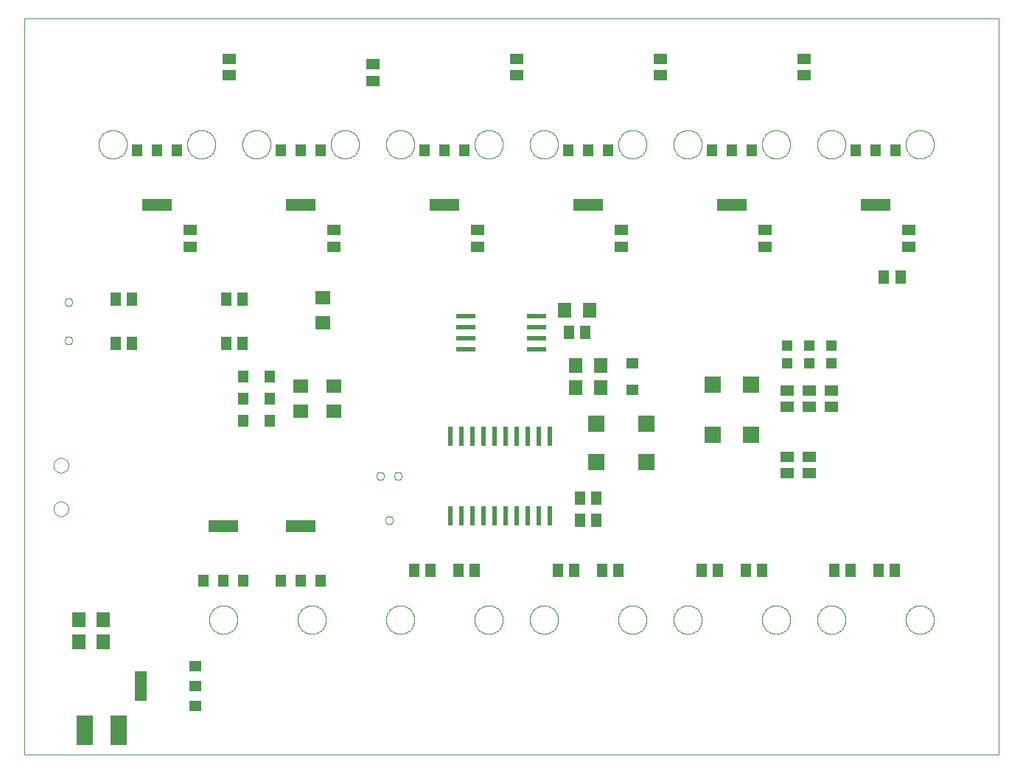
<source format=gbp>
G75*
%MOIN*%
%OFA0B0*%
%FSLAX24Y24*%
%IPPOS*%
%LPD*%
%AMOC8*
5,1,8,0,0,1.08239X$1,22.5*
%
%ADD10C,0.0000*%
%ADD11R,0.0630X0.0710*%
%ADD12R,0.0512X0.0591*%
%ADD13R,0.0591X0.0512*%
%ADD14R,0.0630X0.0709*%
%ADD15R,0.0748X0.1339*%
%ADD16R,0.0709X0.0630*%
%ADD17R,0.0472X0.0551*%
%ADD18R,0.0551X0.0472*%
%ADD19R,0.1378X0.0551*%
%ADD20R,0.0750X0.0750*%
%ADD21R,0.0870X0.0240*%
%ADD22R,0.0551X0.1378*%
%ADD23R,0.0236X0.0866*%
%ADD24R,0.0512X0.0630*%
%ADD25R,0.0472X0.0472*%
D10*
X003100Y002000D02*
X003100Y035296D01*
X047170Y035296D01*
X047170Y002000D01*
X003100Y002000D01*
X011460Y008100D02*
X011462Y008150D01*
X011468Y008200D01*
X011478Y008249D01*
X011491Y008298D01*
X011509Y008345D01*
X011530Y008391D01*
X011554Y008434D01*
X011582Y008476D01*
X011613Y008516D01*
X011647Y008553D01*
X011684Y008587D01*
X011724Y008618D01*
X011766Y008646D01*
X011809Y008670D01*
X011855Y008691D01*
X011902Y008709D01*
X011951Y008722D01*
X012000Y008732D01*
X012050Y008738D01*
X012100Y008740D01*
X012150Y008738D01*
X012200Y008732D01*
X012249Y008722D01*
X012298Y008709D01*
X012345Y008691D01*
X012391Y008670D01*
X012434Y008646D01*
X012476Y008618D01*
X012516Y008587D01*
X012553Y008553D01*
X012587Y008516D01*
X012618Y008476D01*
X012646Y008434D01*
X012670Y008391D01*
X012691Y008345D01*
X012709Y008298D01*
X012722Y008249D01*
X012732Y008200D01*
X012738Y008150D01*
X012740Y008100D01*
X012738Y008050D01*
X012732Y008000D01*
X012722Y007951D01*
X012709Y007902D01*
X012691Y007855D01*
X012670Y007809D01*
X012646Y007766D01*
X012618Y007724D01*
X012587Y007684D01*
X012553Y007647D01*
X012516Y007613D01*
X012476Y007582D01*
X012434Y007554D01*
X012391Y007530D01*
X012345Y007509D01*
X012298Y007491D01*
X012249Y007478D01*
X012200Y007468D01*
X012150Y007462D01*
X012100Y007460D01*
X012050Y007462D01*
X012000Y007468D01*
X011951Y007478D01*
X011902Y007491D01*
X011855Y007509D01*
X011809Y007530D01*
X011766Y007554D01*
X011724Y007582D01*
X011684Y007613D01*
X011647Y007647D01*
X011613Y007684D01*
X011582Y007724D01*
X011554Y007766D01*
X011530Y007809D01*
X011509Y007855D01*
X011491Y007902D01*
X011478Y007951D01*
X011468Y008000D01*
X011462Y008050D01*
X011460Y008100D01*
X015460Y008100D02*
X015462Y008150D01*
X015468Y008200D01*
X015478Y008249D01*
X015491Y008298D01*
X015509Y008345D01*
X015530Y008391D01*
X015554Y008434D01*
X015582Y008476D01*
X015613Y008516D01*
X015647Y008553D01*
X015684Y008587D01*
X015724Y008618D01*
X015766Y008646D01*
X015809Y008670D01*
X015855Y008691D01*
X015902Y008709D01*
X015951Y008722D01*
X016000Y008732D01*
X016050Y008738D01*
X016100Y008740D01*
X016150Y008738D01*
X016200Y008732D01*
X016249Y008722D01*
X016298Y008709D01*
X016345Y008691D01*
X016391Y008670D01*
X016434Y008646D01*
X016476Y008618D01*
X016516Y008587D01*
X016553Y008553D01*
X016587Y008516D01*
X016618Y008476D01*
X016646Y008434D01*
X016670Y008391D01*
X016691Y008345D01*
X016709Y008298D01*
X016722Y008249D01*
X016732Y008200D01*
X016738Y008150D01*
X016740Y008100D01*
X016738Y008050D01*
X016732Y008000D01*
X016722Y007951D01*
X016709Y007902D01*
X016691Y007855D01*
X016670Y007809D01*
X016646Y007766D01*
X016618Y007724D01*
X016587Y007684D01*
X016553Y007647D01*
X016516Y007613D01*
X016476Y007582D01*
X016434Y007554D01*
X016391Y007530D01*
X016345Y007509D01*
X016298Y007491D01*
X016249Y007478D01*
X016200Y007468D01*
X016150Y007462D01*
X016100Y007460D01*
X016050Y007462D01*
X016000Y007468D01*
X015951Y007478D01*
X015902Y007491D01*
X015855Y007509D01*
X015809Y007530D01*
X015766Y007554D01*
X015724Y007582D01*
X015684Y007613D01*
X015647Y007647D01*
X015613Y007684D01*
X015582Y007724D01*
X015554Y007766D01*
X015530Y007809D01*
X015509Y007855D01*
X015491Y007902D01*
X015478Y007951D01*
X015468Y008000D01*
X015462Y008050D01*
X015460Y008100D01*
X019460Y008100D02*
X019462Y008150D01*
X019468Y008200D01*
X019478Y008249D01*
X019491Y008298D01*
X019509Y008345D01*
X019530Y008391D01*
X019554Y008434D01*
X019582Y008476D01*
X019613Y008516D01*
X019647Y008553D01*
X019684Y008587D01*
X019724Y008618D01*
X019766Y008646D01*
X019809Y008670D01*
X019855Y008691D01*
X019902Y008709D01*
X019951Y008722D01*
X020000Y008732D01*
X020050Y008738D01*
X020100Y008740D01*
X020150Y008738D01*
X020200Y008732D01*
X020249Y008722D01*
X020298Y008709D01*
X020345Y008691D01*
X020391Y008670D01*
X020434Y008646D01*
X020476Y008618D01*
X020516Y008587D01*
X020553Y008553D01*
X020587Y008516D01*
X020618Y008476D01*
X020646Y008434D01*
X020670Y008391D01*
X020691Y008345D01*
X020709Y008298D01*
X020722Y008249D01*
X020732Y008200D01*
X020738Y008150D01*
X020740Y008100D01*
X020738Y008050D01*
X020732Y008000D01*
X020722Y007951D01*
X020709Y007902D01*
X020691Y007855D01*
X020670Y007809D01*
X020646Y007766D01*
X020618Y007724D01*
X020587Y007684D01*
X020553Y007647D01*
X020516Y007613D01*
X020476Y007582D01*
X020434Y007554D01*
X020391Y007530D01*
X020345Y007509D01*
X020298Y007491D01*
X020249Y007478D01*
X020200Y007468D01*
X020150Y007462D01*
X020100Y007460D01*
X020050Y007462D01*
X020000Y007468D01*
X019951Y007478D01*
X019902Y007491D01*
X019855Y007509D01*
X019809Y007530D01*
X019766Y007554D01*
X019724Y007582D01*
X019684Y007613D01*
X019647Y007647D01*
X019613Y007684D01*
X019582Y007724D01*
X019554Y007766D01*
X019530Y007809D01*
X019509Y007855D01*
X019491Y007902D01*
X019478Y007951D01*
X019468Y008000D01*
X019462Y008050D01*
X019460Y008100D01*
X023460Y008100D02*
X023462Y008150D01*
X023468Y008200D01*
X023478Y008249D01*
X023491Y008298D01*
X023509Y008345D01*
X023530Y008391D01*
X023554Y008434D01*
X023582Y008476D01*
X023613Y008516D01*
X023647Y008553D01*
X023684Y008587D01*
X023724Y008618D01*
X023766Y008646D01*
X023809Y008670D01*
X023855Y008691D01*
X023902Y008709D01*
X023951Y008722D01*
X024000Y008732D01*
X024050Y008738D01*
X024100Y008740D01*
X024150Y008738D01*
X024200Y008732D01*
X024249Y008722D01*
X024298Y008709D01*
X024345Y008691D01*
X024391Y008670D01*
X024434Y008646D01*
X024476Y008618D01*
X024516Y008587D01*
X024553Y008553D01*
X024587Y008516D01*
X024618Y008476D01*
X024646Y008434D01*
X024670Y008391D01*
X024691Y008345D01*
X024709Y008298D01*
X024722Y008249D01*
X024732Y008200D01*
X024738Y008150D01*
X024740Y008100D01*
X024738Y008050D01*
X024732Y008000D01*
X024722Y007951D01*
X024709Y007902D01*
X024691Y007855D01*
X024670Y007809D01*
X024646Y007766D01*
X024618Y007724D01*
X024587Y007684D01*
X024553Y007647D01*
X024516Y007613D01*
X024476Y007582D01*
X024434Y007554D01*
X024391Y007530D01*
X024345Y007509D01*
X024298Y007491D01*
X024249Y007478D01*
X024200Y007468D01*
X024150Y007462D01*
X024100Y007460D01*
X024050Y007462D01*
X024000Y007468D01*
X023951Y007478D01*
X023902Y007491D01*
X023855Y007509D01*
X023809Y007530D01*
X023766Y007554D01*
X023724Y007582D01*
X023684Y007613D01*
X023647Y007647D01*
X023613Y007684D01*
X023582Y007724D01*
X023554Y007766D01*
X023530Y007809D01*
X023509Y007855D01*
X023491Y007902D01*
X023478Y007951D01*
X023468Y008000D01*
X023462Y008050D01*
X023460Y008100D01*
X025960Y008100D02*
X025962Y008150D01*
X025968Y008200D01*
X025978Y008249D01*
X025991Y008298D01*
X026009Y008345D01*
X026030Y008391D01*
X026054Y008434D01*
X026082Y008476D01*
X026113Y008516D01*
X026147Y008553D01*
X026184Y008587D01*
X026224Y008618D01*
X026266Y008646D01*
X026309Y008670D01*
X026355Y008691D01*
X026402Y008709D01*
X026451Y008722D01*
X026500Y008732D01*
X026550Y008738D01*
X026600Y008740D01*
X026650Y008738D01*
X026700Y008732D01*
X026749Y008722D01*
X026798Y008709D01*
X026845Y008691D01*
X026891Y008670D01*
X026934Y008646D01*
X026976Y008618D01*
X027016Y008587D01*
X027053Y008553D01*
X027087Y008516D01*
X027118Y008476D01*
X027146Y008434D01*
X027170Y008391D01*
X027191Y008345D01*
X027209Y008298D01*
X027222Y008249D01*
X027232Y008200D01*
X027238Y008150D01*
X027240Y008100D01*
X027238Y008050D01*
X027232Y008000D01*
X027222Y007951D01*
X027209Y007902D01*
X027191Y007855D01*
X027170Y007809D01*
X027146Y007766D01*
X027118Y007724D01*
X027087Y007684D01*
X027053Y007647D01*
X027016Y007613D01*
X026976Y007582D01*
X026934Y007554D01*
X026891Y007530D01*
X026845Y007509D01*
X026798Y007491D01*
X026749Y007478D01*
X026700Y007468D01*
X026650Y007462D01*
X026600Y007460D01*
X026550Y007462D01*
X026500Y007468D01*
X026451Y007478D01*
X026402Y007491D01*
X026355Y007509D01*
X026309Y007530D01*
X026266Y007554D01*
X026224Y007582D01*
X026184Y007613D01*
X026147Y007647D01*
X026113Y007684D01*
X026082Y007724D01*
X026054Y007766D01*
X026030Y007809D01*
X026009Y007855D01*
X025991Y007902D01*
X025978Y007951D01*
X025968Y008000D01*
X025962Y008050D01*
X025960Y008100D01*
X029960Y008100D02*
X029962Y008150D01*
X029968Y008200D01*
X029978Y008249D01*
X029991Y008298D01*
X030009Y008345D01*
X030030Y008391D01*
X030054Y008434D01*
X030082Y008476D01*
X030113Y008516D01*
X030147Y008553D01*
X030184Y008587D01*
X030224Y008618D01*
X030266Y008646D01*
X030309Y008670D01*
X030355Y008691D01*
X030402Y008709D01*
X030451Y008722D01*
X030500Y008732D01*
X030550Y008738D01*
X030600Y008740D01*
X030650Y008738D01*
X030700Y008732D01*
X030749Y008722D01*
X030798Y008709D01*
X030845Y008691D01*
X030891Y008670D01*
X030934Y008646D01*
X030976Y008618D01*
X031016Y008587D01*
X031053Y008553D01*
X031087Y008516D01*
X031118Y008476D01*
X031146Y008434D01*
X031170Y008391D01*
X031191Y008345D01*
X031209Y008298D01*
X031222Y008249D01*
X031232Y008200D01*
X031238Y008150D01*
X031240Y008100D01*
X031238Y008050D01*
X031232Y008000D01*
X031222Y007951D01*
X031209Y007902D01*
X031191Y007855D01*
X031170Y007809D01*
X031146Y007766D01*
X031118Y007724D01*
X031087Y007684D01*
X031053Y007647D01*
X031016Y007613D01*
X030976Y007582D01*
X030934Y007554D01*
X030891Y007530D01*
X030845Y007509D01*
X030798Y007491D01*
X030749Y007478D01*
X030700Y007468D01*
X030650Y007462D01*
X030600Y007460D01*
X030550Y007462D01*
X030500Y007468D01*
X030451Y007478D01*
X030402Y007491D01*
X030355Y007509D01*
X030309Y007530D01*
X030266Y007554D01*
X030224Y007582D01*
X030184Y007613D01*
X030147Y007647D01*
X030113Y007684D01*
X030082Y007724D01*
X030054Y007766D01*
X030030Y007809D01*
X030009Y007855D01*
X029991Y007902D01*
X029978Y007951D01*
X029968Y008000D01*
X029962Y008050D01*
X029960Y008100D01*
X032460Y008100D02*
X032462Y008150D01*
X032468Y008200D01*
X032478Y008249D01*
X032491Y008298D01*
X032509Y008345D01*
X032530Y008391D01*
X032554Y008434D01*
X032582Y008476D01*
X032613Y008516D01*
X032647Y008553D01*
X032684Y008587D01*
X032724Y008618D01*
X032766Y008646D01*
X032809Y008670D01*
X032855Y008691D01*
X032902Y008709D01*
X032951Y008722D01*
X033000Y008732D01*
X033050Y008738D01*
X033100Y008740D01*
X033150Y008738D01*
X033200Y008732D01*
X033249Y008722D01*
X033298Y008709D01*
X033345Y008691D01*
X033391Y008670D01*
X033434Y008646D01*
X033476Y008618D01*
X033516Y008587D01*
X033553Y008553D01*
X033587Y008516D01*
X033618Y008476D01*
X033646Y008434D01*
X033670Y008391D01*
X033691Y008345D01*
X033709Y008298D01*
X033722Y008249D01*
X033732Y008200D01*
X033738Y008150D01*
X033740Y008100D01*
X033738Y008050D01*
X033732Y008000D01*
X033722Y007951D01*
X033709Y007902D01*
X033691Y007855D01*
X033670Y007809D01*
X033646Y007766D01*
X033618Y007724D01*
X033587Y007684D01*
X033553Y007647D01*
X033516Y007613D01*
X033476Y007582D01*
X033434Y007554D01*
X033391Y007530D01*
X033345Y007509D01*
X033298Y007491D01*
X033249Y007478D01*
X033200Y007468D01*
X033150Y007462D01*
X033100Y007460D01*
X033050Y007462D01*
X033000Y007468D01*
X032951Y007478D01*
X032902Y007491D01*
X032855Y007509D01*
X032809Y007530D01*
X032766Y007554D01*
X032724Y007582D01*
X032684Y007613D01*
X032647Y007647D01*
X032613Y007684D01*
X032582Y007724D01*
X032554Y007766D01*
X032530Y007809D01*
X032509Y007855D01*
X032491Y007902D01*
X032478Y007951D01*
X032468Y008000D01*
X032462Y008050D01*
X032460Y008100D01*
X036460Y008100D02*
X036462Y008150D01*
X036468Y008200D01*
X036478Y008249D01*
X036491Y008298D01*
X036509Y008345D01*
X036530Y008391D01*
X036554Y008434D01*
X036582Y008476D01*
X036613Y008516D01*
X036647Y008553D01*
X036684Y008587D01*
X036724Y008618D01*
X036766Y008646D01*
X036809Y008670D01*
X036855Y008691D01*
X036902Y008709D01*
X036951Y008722D01*
X037000Y008732D01*
X037050Y008738D01*
X037100Y008740D01*
X037150Y008738D01*
X037200Y008732D01*
X037249Y008722D01*
X037298Y008709D01*
X037345Y008691D01*
X037391Y008670D01*
X037434Y008646D01*
X037476Y008618D01*
X037516Y008587D01*
X037553Y008553D01*
X037587Y008516D01*
X037618Y008476D01*
X037646Y008434D01*
X037670Y008391D01*
X037691Y008345D01*
X037709Y008298D01*
X037722Y008249D01*
X037732Y008200D01*
X037738Y008150D01*
X037740Y008100D01*
X037738Y008050D01*
X037732Y008000D01*
X037722Y007951D01*
X037709Y007902D01*
X037691Y007855D01*
X037670Y007809D01*
X037646Y007766D01*
X037618Y007724D01*
X037587Y007684D01*
X037553Y007647D01*
X037516Y007613D01*
X037476Y007582D01*
X037434Y007554D01*
X037391Y007530D01*
X037345Y007509D01*
X037298Y007491D01*
X037249Y007478D01*
X037200Y007468D01*
X037150Y007462D01*
X037100Y007460D01*
X037050Y007462D01*
X037000Y007468D01*
X036951Y007478D01*
X036902Y007491D01*
X036855Y007509D01*
X036809Y007530D01*
X036766Y007554D01*
X036724Y007582D01*
X036684Y007613D01*
X036647Y007647D01*
X036613Y007684D01*
X036582Y007724D01*
X036554Y007766D01*
X036530Y007809D01*
X036509Y007855D01*
X036491Y007902D01*
X036478Y007951D01*
X036468Y008000D01*
X036462Y008050D01*
X036460Y008100D01*
X038960Y008100D02*
X038962Y008150D01*
X038968Y008200D01*
X038978Y008249D01*
X038991Y008298D01*
X039009Y008345D01*
X039030Y008391D01*
X039054Y008434D01*
X039082Y008476D01*
X039113Y008516D01*
X039147Y008553D01*
X039184Y008587D01*
X039224Y008618D01*
X039266Y008646D01*
X039309Y008670D01*
X039355Y008691D01*
X039402Y008709D01*
X039451Y008722D01*
X039500Y008732D01*
X039550Y008738D01*
X039600Y008740D01*
X039650Y008738D01*
X039700Y008732D01*
X039749Y008722D01*
X039798Y008709D01*
X039845Y008691D01*
X039891Y008670D01*
X039934Y008646D01*
X039976Y008618D01*
X040016Y008587D01*
X040053Y008553D01*
X040087Y008516D01*
X040118Y008476D01*
X040146Y008434D01*
X040170Y008391D01*
X040191Y008345D01*
X040209Y008298D01*
X040222Y008249D01*
X040232Y008200D01*
X040238Y008150D01*
X040240Y008100D01*
X040238Y008050D01*
X040232Y008000D01*
X040222Y007951D01*
X040209Y007902D01*
X040191Y007855D01*
X040170Y007809D01*
X040146Y007766D01*
X040118Y007724D01*
X040087Y007684D01*
X040053Y007647D01*
X040016Y007613D01*
X039976Y007582D01*
X039934Y007554D01*
X039891Y007530D01*
X039845Y007509D01*
X039798Y007491D01*
X039749Y007478D01*
X039700Y007468D01*
X039650Y007462D01*
X039600Y007460D01*
X039550Y007462D01*
X039500Y007468D01*
X039451Y007478D01*
X039402Y007491D01*
X039355Y007509D01*
X039309Y007530D01*
X039266Y007554D01*
X039224Y007582D01*
X039184Y007613D01*
X039147Y007647D01*
X039113Y007684D01*
X039082Y007724D01*
X039054Y007766D01*
X039030Y007809D01*
X039009Y007855D01*
X038991Y007902D01*
X038978Y007951D01*
X038968Y008000D01*
X038962Y008050D01*
X038960Y008100D01*
X042960Y008100D02*
X042962Y008150D01*
X042968Y008200D01*
X042978Y008249D01*
X042991Y008298D01*
X043009Y008345D01*
X043030Y008391D01*
X043054Y008434D01*
X043082Y008476D01*
X043113Y008516D01*
X043147Y008553D01*
X043184Y008587D01*
X043224Y008618D01*
X043266Y008646D01*
X043309Y008670D01*
X043355Y008691D01*
X043402Y008709D01*
X043451Y008722D01*
X043500Y008732D01*
X043550Y008738D01*
X043600Y008740D01*
X043650Y008738D01*
X043700Y008732D01*
X043749Y008722D01*
X043798Y008709D01*
X043845Y008691D01*
X043891Y008670D01*
X043934Y008646D01*
X043976Y008618D01*
X044016Y008587D01*
X044053Y008553D01*
X044087Y008516D01*
X044118Y008476D01*
X044146Y008434D01*
X044170Y008391D01*
X044191Y008345D01*
X044209Y008298D01*
X044222Y008249D01*
X044232Y008200D01*
X044238Y008150D01*
X044240Y008100D01*
X044238Y008050D01*
X044232Y008000D01*
X044222Y007951D01*
X044209Y007902D01*
X044191Y007855D01*
X044170Y007809D01*
X044146Y007766D01*
X044118Y007724D01*
X044087Y007684D01*
X044053Y007647D01*
X044016Y007613D01*
X043976Y007582D01*
X043934Y007554D01*
X043891Y007530D01*
X043845Y007509D01*
X043798Y007491D01*
X043749Y007478D01*
X043700Y007468D01*
X043650Y007462D01*
X043600Y007460D01*
X043550Y007462D01*
X043500Y007468D01*
X043451Y007478D01*
X043402Y007491D01*
X043355Y007509D01*
X043309Y007530D01*
X043266Y007554D01*
X043224Y007582D01*
X043184Y007613D01*
X043147Y007647D01*
X043113Y007684D01*
X043082Y007724D01*
X043054Y007766D01*
X043030Y007809D01*
X043009Y007855D01*
X042991Y007902D01*
X042978Y007951D01*
X042968Y008000D01*
X042962Y008050D01*
X042960Y008100D01*
X019825Y014600D02*
X019827Y014626D01*
X019833Y014652D01*
X019842Y014676D01*
X019855Y014699D01*
X019872Y014719D01*
X019891Y014737D01*
X019913Y014752D01*
X019936Y014763D01*
X019961Y014771D01*
X019987Y014775D01*
X020013Y014775D01*
X020039Y014771D01*
X020064Y014763D01*
X020088Y014752D01*
X020109Y014737D01*
X020128Y014719D01*
X020145Y014699D01*
X020158Y014676D01*
X020167Y014652D01*
X020173Y014626D01*
X020175Y014600D01*
X020173Y014574D01*
X020167Y014548D01*
X020158Y014524D01*
X020145Y014501D01*
X020128Y014481D01*
X020109Y014463D01*
X020087Y014448D01*
X020064Y014437D01*
X020039Y014429D01*
X020013Y014425D01*
X019987Y014425D01*
X019961Y014429D01*
X019936Y014437D01*
X019912Y014448D01*
X019891Y014463D01*
X019872Y014481D01*
X019855Y014501D01*
X019842Y014524D01*
X019833Y014548D01*
X019827Y014574D01*
X019825Y014600D01*
X019025Y014600D02*
X019027Y014626D01*
X019033Y014652D01*
X019042Y014676D01*
X019055Y014699D01*
X019072Y014719D01*
X019091Y014737D01*
X019113Y014752D01*
X019136Y014763D01*
X019161Y014771D01*
X019187Y014775D01*
X019213Y014775D01*
X019239Y014771D01*
X019264Y014763D01*
X019288Y014752D01*
X019309Y014737D01*
X019328Y014719D01*
X019345Y014699D01*
X019358Y014676D01*
X019367Y014652D01*
X019373Y014626D01*
X019375Y014600D01*
X019373Y014574D01*
X019367Y014548D01*
X019358Y014524D01*
X019345Y014501D01*
X019328Y014481D01*
X019309Y014463D01*
X019287Y014448D01*
X019264Y014437D01*
X019239Y014429D01*
X019213Y014425D01*
X019187Y014425D01*
X019161Y014429D01*
X019136Y014437D01*
X019112Y014448D01*
X019091Y014463D01*
X019072Y014481D01*
X019055Y014501D01*
X019042Y014524D01*
X019033Y014548D01*
X019027Y014574D01*
X019025Y014600D01*
X019425Y012600D02*
X019427Y012626D01*
X019433Y012652D01*
X019442Y012676D01*
X019455Y012699D01*
X019472Y012719D01*
X019491Y012737D01*
X019513Y012752D01*
X019536Y012763D01*
X019561Y012771D01*
X019587Y012775D01*
X019613Y012775D01*
X019639Y012771D01*
X019664Y012763D01*
X019688Y012752D01*
X019709Y012737D01*
X019728Y012719D01*
X019745Y012699D01*
X019758Y012676D01*
X019767Y012652D01*
X019773Y012626D01*
X019775Y012600D01*
X019773Y012574D01*
X019767Y012548D01*
X019758Y012524D01*
X019745Y012501D01*
X019728Y012481D01*
X019709Y012463D01*
X019687Y012448D01*
X019664Y012437D01*
X019639Y012429D01*
X019613Y012425D01*
X019587Y012425D01*
X019561Y012429D01*
X019536Y012437D01*
X019512Y012448D01*
X019491Y012463D01*
X019472Y012481D01*
X019455Y012501D01*
X019442Y012524D01*
X019433Y012548D01*
X019427Y012574D01*
X019425Y012600D01*
X004923Y020734D02*
X004925Y020760D01*
X004931Y020786D01*
X004941Y020811D01*
X004954Y020834D01*
X004970Y020854D01*
X004990Y020872D01*
X005012Y020887D01*
X005035Y020899D01*
X005061Y020907D01*
X005087Y020911D01*
X005113Y020911D01*
X005139Y020907D01*
X005165Y020899D01*
X005189Y020887D01*
X005210Y020872D01*
X005230Y020854D01*
X005246Y020834D01*
X005259Y020811D01*
X005269Y020786D01*
X005275Y020760D01*
X005277Y020734D01*
X005275Y020708D01*
X005269Y020682D01*
X005259Y020657D01*
X005246Y020634D01*
X005230Y020614D01*
X005210Y020596D01*
X005188Y020581D01*
X005165Y020569D01*
X005139Y020561D01*
X005113Y020557D01*
X005087Y020557D01*
X005061Y020561D01*
X005035Y020569D01*
X005011Y020581D01*
X004990Y020596D01*
X004970Y020614D01*
X004954Y020634D01*
X004941Y020657D01*
X004931Y020682D01*
X004925Y020708D01*
X004923Y020734D01*
X004923Y022466D02*
X004925Y022492D01*
X004931Y022518D01*
X004941Y022543D01*
X004954Y022566D01*
X004970Y022586D01*
X004990Y022604D01*
X005012Y022619D01*
X005035Y022631D01*
X005061Y022639D01*
X005087Y022643D01*
X005113Y022643D01*
X005139Y022639D01*
X005165Y022631D01*
X005189Y022619D01*
X005210Y022604D01*
X005230Y022586D01*
X005246Y022566D01*
X005259Y022543D01*
X005269Y022518D01*
X005275Y022492D01*
X005277Y022466D01*
X005275Y022440D01*
X005269Y022414D01*
X005259Y022389D01*
X005246Y022366D01*
X005230Y022346D01*
X005210Y022328D01*
X005188Y022313D01*
X005165Y022301D01*
X005139Y022293D01*
X005113Y022289D01*
X005087Y022289D01*
X005061Y022293D01*
X005035Y022301D01*
X005011Y022313D01*
X004990Y022328D01*
X004970Y022346D01*
X004954Y022366D01*
X004941Y022389D01*
X004931Y022414D01*
X004925Y022440D01*
X004923Y022466D01*
X004419Y015084D02*
X004421Y015120D01*
X004427Y015156D01*
X004437Y015191D01*
X004450Y015225D01*
X004467Y015257D01*
X004487Y015287D01*
X004511Y015314D01*
X004537Y015339D01*
X004566Y015361D01*
X004597Y015380D01*
X004630Y015395D01*
X004664Y015407D01*
X004700Y015415D01*
X004736Y015419D01*
X004772Y015419D01*
X004808Y015415D01*
X004844Y015407D01*
X004878Y015395D01*
X004911Y015380D01*
X004942Y015361D01*
X004971Y015339D01*
X004997Y015314D01*
X005021Y015287D01*
X005041Y015257D01*
X005058Y015225D01*
X005071Y015191D01*
X005081Y015156D01*
X005087Y015120D01*
X005089Y015084D01*
X005087Y015048D01*
X005081Y015012D01*
X005071Y014977D01*
X005058Y014943D01*
X005041Y014911D01*
X005021Y014881D01*
X004997Y014854D01*
X004971Y014829D01*
X004942Y014807D01*
X004911Y014788D01*
X004878Y014773D01*
X004844Y014761D01*
X004808Y014753D01*
X004772Y014749D01*
X004736Y014749D01*
X004700Y014753D01*
X004664Y014761D01*
X004630Y014773D01*
X004597Y014788D01*
X004566Y014807D01*
X004537Y014829D01*
X004511Y014854D01*
X004487Y014881D01*
X004467Y014911D01*
X004450Y014943D01*
X004437Y014977D01*
X004427Y015012D01*
X004421Y015048D01*
X004419Y015084D01*
X004419Y013116D02*
X004421Y013152D01*
X004427Y013188D01*
X004437Y013223D01*
X004450Y013257D01*
X004467Y013289D01*
X004487Y013319D01*
X004511Y013346D01*
X004537Y013371D01*
X004566Y013393D01*
X004597Y013412D01*
X004630Y013427D01*
X004664Y013439D01*
X004700Y013447D01*
X004736Y013451D01*
X004772Y013451D01*
X004808Y013447D01*
X004844Y013439D01*
X004878Y013427D01*
X004911Y013412D01*
X004942Y013393D01*
X004971Y013371D01*
X004997Y013346D01*
X005021Y013319D01*
X005041Y013289D01*
X005058Y013257D01*
X005071Y013223D01*
X005081Y013188D01*
X005087Y013152D01*
X005089Y013116D01*
X005087Y013080D01*
X005081Y013044D01*
X005071Y013009D01*
X005058Y012975D01*
X005041Y012943D01*
X005021Y012913D01*
X004997Y012886D01*
X004971Y012861D01*
X004942Y012839D01*
X004911Y012820D01*
X004878Y012805D01*
X004844Y012793D01*
X004808Y012785D01*
X004772Y012781D01*
X004736Y012781D01*
X004700Y012785D01*
X004664Y012793D01*
X004630Y012805D01*
X004597Y012820D01*
X004566Y012839D01*
X004537Y012861D01*
X004511Y012886D01*
X004487Y012913D01*
X004467Y012943D01*
X004450Y012975D01*
X004437Y013009D01*
X004427Y013044D01*
X004421Y013080D01*
X004419Y013116D01*
X006460Y029600D02*
X006462Y029650D01*
X006468Y029700D01*
X006478Y029749D01*
X006491Y029798D01*
X006509Y029845D01*
X006530Y029891D01*
X006554Y029934D01*
X006582Y029976D01*
X006613Y030016D01*
X006647Y030053D01*
X006684Y030087D01*
X006724Y030118D01*
X006766Y030146D01*
X006809Y030170D01*
X006855Y030191D01*
X006902Y030209D01*
X006951Y030222D01*
X007000Y030232D01*
X007050Y030238D01*
X007100Y030240D01*
X007150Y030238D01*
X007200Y030232D01*
X007249Y030222D01*
X007298Y030209D01*
X007345Y030191D01*
X007391Y030170D01*
X007434Y030146D01*
X007476Y030118D01*
X007516Y030087D01*
X007553Y030053D01*
X007587Y030016D01*
X007618Y029976D01*
X007646Y029934D01*
X007670Y029891D01*
X007691Y029845D01*
X007709Y029798D01*
X007722Y029749D01*
X007732Y029700D01*
X007738Y029650D01*
X007740Y029600D01*
X007738Y029550D01*
X007732Y029500D01*
X007722Y029451D01*
X007709Y029402D01*
X007691Y029355D01*
X007670Y029309D01*
X007646Y029266D01*
X007618Y029224D01*
X007587Y029184D01*
X007553Y029147D01*
X007516Y029113D01*
X007476Y029082D01*
X007434Y029054D01*
X007391Y029030D01*
X007345Y029009D01*
X007298Y028991D01*
X007249Y028978D01*
X007200Y028968D01*
X007150Y028962D01*
X007100Y028960D01*
X007050Y028962D01*
X007000Y028968D01*
X006951Y028978D01*
X006902Y028991D01*
X006855Y029009D01*
X006809Y029030D01*
X006766Y029054D01*
X006724Y029082D01*
X006684Y029113D01*
X006647Y029147D01*
X006613Y029184D01*
X006582Y029224D01*
X006554Y029266D01*
X006530Y029309D01*
X006509Y029355D01*
X006491Y029402D01*
X006478Y029451D01*
X006468Y029500D01*
X006462Y029550D01*
X006460Y029600D01*
X010460Y029600D02*
X010462Y029650D01*
X010468Y029700D01*
X010478Y029749D01*
X010491Y029798D01*
X010509Y029845D01*
X010530Y029891D01*
X010554Y029934D01*
X010582Y029976D01*
X010613Y030016D01*
X010647Y030053D01*
X010684Y030087D01*
X010724Y030118D01*
X010766Y030146D01*
X010809Y030170D01*
X010855Y030191D01*
X010902Y030209D01*
X010951Y030222D01*
X011000Y030232D01*
X011050Y030238D01*
X011100Y030240D01*
X011150Y030238D01*
X011200Y030232D01*
X011249Y030222D01*
X011298Y030209D01*
X011345Y030191D01*
X011391Y030170D01*
X011434Y030146D01*
X011476Y030118D01*
X011516Y030087D01*
X011553Y030053D01*
X011587Y030016D01*
X011618Y029976D01*
X011646Y029934D01*
X011670Y029891D01*
X011691Y029845D01*
X011709Y029798D01*
X011722Y029749D01*
X011732Y029700D01*
X011738Y029650D01*
X011740Y029600D01*
X011738Y029550D01*
X011732Y029500D01*
X011722Y029451D01*
X011709Y029402D01*
X011691Y029355D01*
X011670Y029309D01*
X011646Y029266D01*
X011618Y029224D01*
X011587Y029184D01*
X011553Y029147D01*
X011516Y029113D01*
X011476Y029082D01*
X011434Y029054D01*
X011391Y029030D01*
X011345Y029009D01*
X011298Y028991D01*
X011249Y028978D01*
X011200Y028968D01*
X011150Y028962D01*
X011100Y028960D01*
X011050Y028962D01*
X011000Y028968D01*
X010951Y028978D01*
X010902Y028991D01*
X010855Y029009D01*
X010809Y029030D01*
X010766Y029054D01*
X010724Y029082D01*
X010684Y029113D01*
X010647Y029147D01*
X010613Y029184D01*
X010582Y029224D01*
X010554Y029266D01*
X010530Y029309D01*
X010509Y029355D01*
X010491Y029402D01*
X010478Y029451D01*
X010468Y029500D01*
X010462Y029550D01*
X010460Y029600D01*
X012960Y029600D02*
X012962Y029650D01*
X012968Y029700D01*
X012978Y029749D01*
X012991Y029798D01*
X013009Y029845D01*
X013030Y029891D01*
X013054Y029934D01*
X013082Y029976D01*
X013113Y030016D01*
X013147Y030053D01*
X013184Y030087D01*
X013224Y030118D01*
X013266Y030146D01*
X013309Y030170D01*
X013355Y030191D01*
X013402Y030209D01*
X013451Y030222D01*
X013500Y030232D01*
X013550Y030238D01*
X013600Y030240D01*
X013650Y030238D01*
X013700Y030232D01*
X013749Y030222D01*
X013798Y030209D01*
X013845Y030191D01*
X013891Y030170D01*
X013934Y030146D01*
X013976Y030118D01*
X014016Y030087D01*
X014053Y030053D01*
X014087Y030016D01*
X014118Y029976D01*
X014146Y029934D01*
X014170Y029891D01*
X014191Y029845D01*
X014209Y029798D01*
X014222Y029749D01*
X014232Y029700D01*
X014238Y029650D01*
X014240Y029600D01*
X014238Y029550D01*
X014232Y029500D01*
X014222Y029451D01*
X014209Y029402D01*
X014191Y029355D01*
X014170Y029309D01*
X014146Y029266D01*
X014118Y029224D01*
X014087Y029184D01*
X014053Y029147D01*
X014016Y029113D01*
X013976Y029082D01*
X013934Y029054D01*
X013891Y029030D01*
X013845Y029009D01*
X013798Y028991D01*
X013749Y028978D01*
X013700Y028968D01*
X013650Y028962D01*
X013600Y028960D01*
X013550Y028962D01*
X013500Y028968D01*
X013451Y028978D01*
X013402Y028991D01*
X013355Y029009D01*
X013309Y029030D01*
X013266Y029054D01*
X013224Y029082D01*
X013184Y029113D01*
X013147Y029147D01*
X013113Y029184D01*
X013082Y029224D01*
X013054Y029266D01*
X013030Y029309D01*
X013009Y029355D01*
X012991Y029402D01*
X012978Y029451D01*
X012968Y029500D01*
X012962Y029550D01*
X012960Y029600D01*
X016960Y029600D02*
X016962Y029650D01*
X016968Y029700D01*
X016978Y029749D01*
X016991Y029798D01*
X017009Y029845D01*
X017030Y029891D01*
X017054Y029934D01*
X017082Y029976D01*
X017113Y030016D01*
X017147Y030053D01*
X017184Y030087D01*
X017224Y030118D01*
X017266Y030146D01*
X017309Y030170D01*
X017355Y030191D01*
X017402Y030209D01*
X017451Y030222D01*
X017500Y030232D01*
X017550Y030238D01*
X017600Y030240D01*
X017650Y030238D01*
X017700Y030232D01*
X017749Y030222D01*
X017798Y030209D01*
X017845Y030191D01*
X017891Y030170D01*
X017934Y030146D01*
X017976Y030118D01*
X018016Y030087D01*
X018053Y030053D01*
X018087Y030016D01*
X018118Y029976D01*
X018146Y029934D01*
X018170Y029891D01*
X018191Y029845D01*
X018209Y029798D01*
X018222Y029749D01*
X018232Y029700D01*
X018238Y029650D01*
X018240Y029600D01*
X018238Y029550D01*
X018232Y029500D01*
X018222Y029451D01*
X018209Y029402D01*
X018191Y029355D01*
X018170Y029309D01*
X018146Y029266D01*
X018118Y029224D01*
X018087Y029184D01*
X018053Y029147D01*
X018016Y029113D01*
X017976Y029082D01*
X017934Y029054D01*
X017891Y029030D01*
X017845Y029009D01*
X017798Y028991D01*
X017749Y028978D01*
X017700Y028968D01*
X017650Y028962D01*
X017600Y028960D01*
X017550Y028962D01*
X017500Y028968D01*
X017451Y028978D01*
X017402Y028991D01*
X017355Y029009D01*
X017309Y029030D01*
X017266Y029054D01*
X017224Y029082D01*
X017184Y029113D01*
X017147Y029147D01*
X017113Y029184D01*
X017082Y029224D01*
X017054Y029266D01*
X017030Y029309D01*
X017009Y029355D01*
X016991Y029402D01*
X016978Y029451D01*
X016968Y029500D01*
X016962Y029550D01*
X016960Y029600D01*
X019460Y029600D02*
X019462Y029650D01*
X019468Y029700D01*
X019478Y029749D01*
X019491Y029798D01*
X019509Y029845D01*
X019530Y029891D01*
X019554Y029934D01*
X019582Y029976D01*
X019613Y030016D01*
X019647Y030053D01*
X019684Y030087D01*
X019724Y030118D01*
X019766Y030146D01*
X019809Y030170D01*
X019855Y030191D01*
X019902Y030209D01*
X019951Y030222D01*
X020000Y030232D01*
X020050Y030238D01*
X020100Y030240D01*
X020150Y030238D01*
X020200Y030232D01*
X020249Y030222D01*
X020298Y030209D01*
X020345Y030191D01*
X020391Y030170D01*
X020434Y030146D01*
X020476Y030118D01*
X020516Y030087D01*
X020553Y030053D01*
X020587Y030016D01*
X020618Y029976D01*
X020646Y029934D01*
X020670Y029891D01*
X020691Y029845D01*
X020709Y029798D01*
X020722Y029749D01*
X020732Y029700D01*
X020738Y029650D01*
X020740Y029600D01*
X020738Y029550D01*
X020732Y029500D01*
X020722Y029451D01*
X020709Y029402D01*
X020691Y029355D01*
X020670Y029309D01*
X020646Y029266D01*
X020618Y029224D01*
X020587Y029184D01*
X020553Y029147D01*
X020516Y029113D01*
X020476Y029082D01*
X020434Y029054D01*
X020391Y029030D01*
X020345Y029009D01*
X020298Y028991D01*
X020249Y028978D01*
X020200Y028968D01*
X020150Y028962D01*
X020100Y028960D01*
X020050Y028962D01*
X020000Y028968D01*
X019951Y028978D01*
X019902Y028991D01*
X019855Y029009D01*
X019809Y029030D01*
X019766Y029054D01*
X019724Y029082D01*
X019684Y029113D01*
X019647Y029147D01*
X019613Y029184D01*
X019582Y029224D01*
X019554Y029266D01*
X019530Y029309D01*
X019509Y029355D01*
X019491Y029402D01*
X019478Y029451D01*
X019468Y029500D01*
X019462Y029550D01*
X019460Y029600D01*
X023460Y029600D02*
X023462Y029650D01*
X023468Y029700D01*
X023478Y029749D01*
X023491Y029798D01*
X023509Y029845D01*
X023530Y029891D01*
X023554Y029934D01*
X023582Y029976D01*
X023613Y030016D01*
X023647Y030053D01*
X023684Y030087D01*
X023724Y030118D01*
X023766Y030146D01*
X023809Y030170D01*
X023855Y030191D01*
X023902Y030209D01*
X023951Y030222D01*
X024000Y030232D01*
X024050Y030238D01*
X024100Y030240D01*
X024150Y030238D01*
X024200Y030232D01*
X024249Y030222D01*
X024298Y030209D01*
X024345Y030191D01*
X024391Y030170D01*
X024434Y030146D01*
X024476Y030118D01*
X024516Y030087D01*
X024553Y030053D01*
X024587Y030016D01*
X024618Y029976D01*
X024646Y029934D01*
X024670Y029891D01*
X024691Y029845D01*
X024709Y029798D01*
X024722Y029749D01*
X024732Y029700D01*
X024738Y029650D01*
X024740Y029600D01*
X024738Y029550D01*
X024732Y029500D01*
X024722Y029451D01*
X024709Y029402D01*
X024691Y029355D01*
X024670Y029309D01*
X024646Y029266D01*
X024618Y029224D01*
X024587Y029184D01*
X024553Y029147D01*
X024516Y029113D01*
X024476Y029082D01*
X024434Y029054D01*
X024391Y029030D01*
X024345Y029009D01*
X024298Y028991D01*
X024249Y028978D01*
X024200Y028968D01*
X024150Y028962D01*
X024100Y028960D01*
X024050Y028962D01*
X024000Y028968D01*
X023951Y028978D01*
X023902Y028991D01*
X023855Y029009D01*
X023809Y029030D01*
X023766Y029054D01*
X023724Y029082D01*
X023684Y029113D01*
X023647Y029147D01*
X023613Y029184D01*
X023582Y029224D01*
X023554Y029266D01*
X023530Y029309D01*
X023509Y029355D01*
X023491Y029402D01*
X023478Y029451D01*
X023468Y029500D01*
X023462Y029550D01*
X023460Y029600D01*
X025960Y029600D02*
X025962Y029650D01*
X025968Y029700D01*
X025978Y029749D01*
X025991Y029798D01*
X026009Y029845D01*
X026030Y029891D01*
X026054Y029934D01*
X026082Y029976D01*
X026113Y030016D01*
X026147Y030053D01*
X026184Y030087D01*
X026224Y030118D01*
X026266Y030146D01*
X026309Y030170D01*
X026355Y030191D01*
X026402Y030209D01*
X026451Y030222D01*
X026500Y030232D01*
X026550Y030238D01*
X026600Y030240D01*
X026650Y030238D01*
X026700Y030232D01*
X026749Y030222D01*
X026798Y030209D01*
X026845Y030191D01*
X026891Y030170D01*
X026934Y030146D01*
X026976Y030118D01*
X027016Y030087D01*
X027053Y030053D01*
X027087Y030016D01*
X027118Y029976D01*
X027146Y029934D01*
X027170Y029891D01*
X027191Y029845D01*
X027209Y029798D01*
X027222Y029749D01*
X027232Y029700D01*
X027238Y029650D01*
X027240Y029600D01*
X027238Y029550D01*
X027232Y029500D01*
X027222Y029451D01*
X027209Y029402D01*
X027191Y029355D01*
X027170Y029309D01*
X027146Y029266D01*
X027118Y029224D01*
X027087Y029184D01*
X027053Y029147D01*
X027016Y029113D01*
X026976Y029082D01*
X026934Y029054D01*
X026891Y029030D01*
X026845Y029009D01*
X026798Y028991D01*
X026749Y028978D01*
X026700Y028968D01*
X026650Y028962D01*
X026600Y028960D01*
X026550Y028962D01*
X026500Y028968D01*
X026451Y028978D01*
X026402Y028991D01*
X026355Y029009D01*
X026309Y029030D01*
X026266Y029054D01*
X026224Y029082D01*
X026184Y029113D01*
X026147Y029147D01*
X026113Y029184D01*
X026082Y029224D01*
X026054Y029266D01*
X026030Y029309D01*
X026009Y029355D01*
X025991Y029402D01*
X025978Y029451D01*
X025968Y029500D01*
X025962Y029550D01*
X025960Y029600D01*
X029960Y029600D02*
X029962Y029650D01*
X029968Y029700D01*
X029978Y029749D01*
X029991Y029798D01*
X030009Y029845D01*
X030030Y029891D01*
X030054Y029934D01*
X030082Y029976D01*
X030113Y030016D01*
X030147Y030053D01*
X030184Y030087D01*
X030224Y030118D01*
X030266Y030146D01*
X030309Y030170D01*
X030355Y030191D01*
X030402Y030209D01*
X030451Y030222D01*
X030500Y030232D01*
X030550Y030238D01*
X030600Y030240D01*
X030650Y030238D01*
X030700Y030232D01*
X030749Y030222D01*
X030798Y030209D01*
X030845Y030191D01*
X030891Y030170D01*
X030934Y030146D01*
X030976Y030118D01*
X031016Y030087D01*
X031053Y030053D01*
X031087Y030016D01*
X031118Y029976D01*
X031146Y029934D01*
X031170Y029891D01*
X031191Y029845D01*
X031209Y029798D01*
X031222Y029749D01*
X031232Y029700D01*
X031238Y029650D01*
X031240Y029600D01*
X031238Y029550D01*
X031232Y029500D01*
X031222Y029451D01*
X031209Y029402D01*
X031191Y029355D01*
X031170Y029309D01*
X031146Y029266D01*
X031118Y029224D01*
X031087Y029184D01*
X031053Y029147D01*
X031016Y029113D01*
X030976Y029082D01*
X030934Y029054D01*
X030891Y029030D01*
X030845Y029009D01*
X030798Y028991D01*
X030749Y028978D01*
X030700Y028968D01*
X030650Y028962D01*
X030600Y028960D01*
X030550Y028962D01*
X030500Y028968D01*
X030451Y028978D01*
X030402Y028991D01*
X030355Y029009D01*
X030309Y029030D01*
X030266Y029054D01*
X030224Y029082D01*
X030184Y029113D01*
X030147Y029147D01*
X030113Y029184D01*
X030082Y029224D01*
X030054Y029266D01*
X030030Y029309D01*
X030009Y029355D01*
X029991Y029402D01*
X029978Y029451D01*
X029968Y029500D01*
X029962Y029550D01*
X029960Y029600D01*
X032460Y029600D02*
X032462Y029650D01*
X032468Y029700D01*
X032478Y029749D01*
X032491Y029798D01*
X032509Y029845D01*
X032530Y029891D01*
X032554Y029934D01*
X032582Y029976D01*
X032613Y030016D01*
X032647Y030053D01*
X032684Y030087D01*
X032724Y030118D01*
X032766Y030146D01*
X032809Y030170D01*
X032855Y030191D01*
X032902Y030209D01*
X032951Y030222D01*
X033000Y030232D01*
X033050Y030238D01*
X033100Y030240D01*
X033150Y030238D01*
X033200Y030232D01*
X033249Y030222D01*
X033298Y030209D01*
X033345Y030191D01*
X033391Y030170D01*
X033434Y030146D01*
X033476Y030118D01*
X033516Y030087D01*
X033553Y030053D01*
X033587Y030016D01*
X033618Y029976D01*
X033646Y029934D01*
X033670Y029891D01*
X033691Y029845D01*
X033709Y029798D01*
X033722Y029749D01*
X033732Y029700D01*
X033738Y029650D01*
X033740Y029600D01*
X033738Y029550D01*
X033732Y029500D01*
X033722Y029451D01*
X033709Y029402D01*
X033691Y029355D01*
X033670Y029309D01*
X033646Y029266D01*
X033618Y029224D01*
X033587Y029184D01*
X033553Y029147D01*
X033516Y029113D01*
X033476Y029082D01*
X033434Y029054D01*
X033391Y029030D01*
X033345Y029009D01*
X033298Y028991D01*
X033249Y028978D01*
X033200Y028968D01*
X033150Y028962D01*
X033100Y028960D01*
X033050Y028962D01*
X033000Y028968D01*
X032951Y028978D01*
X032902Y028991D01*
X032855Y029009D01*
X032809Y029030D01*
X032766Y029054D01*
X032724Y029082D01*
X032684Y029113D01*
X032647Y029147D01*
X032613Y029184D01*
X032582Y029224D01*
X032554Y029266D01*
X032530Y029309D01*
X032509Y029355D01*
X032491Y029402D01*
X032478Y029451D01*
X032468Y029500D01*
X032462Y029550D01*
X032460Y029600D01*
X036460Y029600D02*
X036462Y029650D01*
X036468Y029700D01*
X036478Y029749D01*
X036491Y029798D01*
X036509Y029845D01*
X036530Y029891D01*
X036554Y029934D01*
X036582Y029976D01*
X036613Y030016D01*
X036647Y030053D01*
X036684Y030087D01*
X036724Y030118D01*
X036766Y030146D01*
X036809Y030170D01*
X036855Y030191D01*
X036902Y030209D01*
X036951Y030222D01*
X037000Y030232D01*
X037050Y030238D01*
X037100Y030240D01*
X037150Y030238D01*
X037200Y030232D01*
X037249Y030222D01*
X037298Y030209D01*
X037345Y030191D01*
X037391Y030170D01*
X037434Y030146D01*
X037476Y030118D01*
X037516Y030087D01*
X037553Y030053D01*
X037587Y030016D01*
X037618Y029976D01*
X037646Y029934D01*
X037670Y029891D01*
X037691Y029845D01*
X037709Y029798D01*
X037722Y029749D01*
X037732Y029700D01*
X037738Y029650D01*
X037740Y029600D01*
X037738Y029550D01*
X037732Y029500D01*
X037722Y029451D01*
X037709Y029402D01*
X037691Y029355D01*
X037670Y029309D01*
X037646Y029266D01*
X037618Y029224D01*
X037587Y029184D01*
X037553Y029147D01*
X037516Y029113D01*
X037476Y029082D01*
X037434Y029054D01*
X037391Y029030D01*
X037345Y029009D01*
X037298Y028991D01*
X037249Y028978D01*
X037200Y028968D01*
X037150Y028962D01*
X037100Y028960D01*
X037050Y028962D01*
X037000Y028968D01*
X036951Y028978D01*
X036902Y028991D01*
X036855Y029009D01*
X036809Y029030D01*
X036766Y029054D01*
X036724Y029082D01*
X036684Y029113D01*
X036647Y029147D01*
X036613Y029184D01*
X036582Y029224D01*
X036554Y029266D01*
X036530Y029309D01*
X036509Y029355D01*
X036491Y029402D01*
X036478Y029451D01*
X036468Y029500D01*
X036462Y029550D01*
X036460Y029600D01*
X038960Y029600D02*
X038962Y029650D01*
X038968Y029700D01*
X038978Y029749D01*
X038991Y029798D01*
X039009Y029845D01*
X039030Y029891D01*
X039054Y029934D01*
X039082Y029976D01*
X039113Y030016D01*
X039147Y030053D01*
X039184Y030087D01*
X039224Y030118D01*
X039266Y030146D01*
X039309Y030170D01*
X039355Y030191D01*
X039402Y030209D01*
X039451Y030222D01*
X039500Y030232D01*
X039550Y030238D01*
X039600Y030240D01*
X039650Y030238D01*
X039700Y030232D01*
X039749Y030222D01*
X039798Y030209D01*
X039845Y030191D01*
X039891Y030170D01*
X039934Y030146D01*
X039976Y030118D01*
X040016Y030087D01*
X040053Y030053D01*
X040087Y030016D01*
X040118Y029976D01*
X040146Y029934D01*
X040170Y029891D01*
X040191Y029845D01*
X040209Y029798D01*
X040222Y029749D01*
X040232Y029700D01*
X040238Y029650D01*
X040240Y029600D01*
X040238Y029550D01*
X040232Y029500D01*
X040222Y029451D01*
X040209Y029402D01*
X040191Y029355D01*
X040170Y029309D01*
X040146Y029266D01*
X040118Y029224D01*
X040087Y029184D01*
X040053Y029147D01*
X040016Y029113D01*
X039976Y029082D01*
X039934Y029054D01*
X039891Y029030D01*
X039845Y029009D01*
X039798Y028991D01*
X039749Y028978D01*
X039700Y028968D01*
X039650Y028962D01*
X039600Y028960D01*
X039550Y028962D01*
X039500Y028968D01*
X039451Y028978D01*
X039402Y028991D01*
X039355Y029009D01*
X039309Y029030D01*
X039266Y029054D01*
X039224Y029082D01*
X039184Y029113D01*
X039147Y029147D01*
X039113Y029184D01*
X039082Y029224D01*
X039054Y029266D01*
X039030Y029309D01*
X039009Y029355D01*
X038991Y029402D01*
X038978Y029451D01*
X038968Y029500D01*
X038962Y029550D01*
X038960Y029600D01*
X042960Y029600D02*
X042962Y029650D01*
X042968Y029700D01*
X042978Y029749D01*
X042991Y029798D01*
X043009Y029845D01*
X043030Y029891D01*
X043054Y029934D01*
X043082Y029976D01*
X043113Y030016D01*
X043147Y030053D01*
X043184Y030087D01*
X043224Y030118D01*
X043266Y030146D01*
X043309Y030170D01*
X043355Y030191D01*
X043402Y030209D01*
X043451Y030222D01*
X043500Y030232D01*
X043550Y030238D01*
X043600Y030240D01*
X043650Y030238D01*
X043700Y030232D01*
X043749Y030222D01*
X043798Y030209D01*
X043845Y030191D01*
X043891Y030170D01*
X043934Y030146D01*
X043976Y030118D01*
X044016Y030087D01*
X044053Y030053D01*
X044087Y030016D01*
X044118Y029976D01*
X044146Y029934D01*
X044170Y029891D01*
X044191Y029845D01*
X044209Y029798D01*
X044222Y029749D01*
X044232Y029700D01*
X044238Y029650D01*
X044240Y029600D01*
X044238Y029550D01*
X044232Y029500D01*
X044222Y029451D01*
X044209Y029402D01*
X044191Y029355D01*
X044170Y029309D01*
X044146Y029266D01*
X044118Y029224D01*
X044087Y029184D01*
X044053Y029147D01*
X044016Y029113D01*
X043976Y029082D01*
X043934Y029054D01*
X043891Y029030D01*
X043845Y029009D01*
X043798Y028991D01*
X043749Y028978D01*
X043700Y028968D01*
X043650Y028962D01*
X043600Y028960D01*
X043550Y028962D01*
X043500Y028968D01*
X043451Y028978D01*
X043402Y028991D01*
X043355Y029009D01*
X043309Y029030D01*
X043266Y029054D01*
X043224Y029082D01*
X043184Y029113D01*
X043147Y029147D01*
X043113Y029184D01*
X043082Y029224D01*
X043054Y029266D01*
X043030Y029309D01*
X043009Y029355D01*
X042991Y029402D01*
X042978Y029451D01*
X042968Y029500D01*
X042962Y029550D01*
X042960Y029600D01*
D11*
X029160Y019600D03*
X029160Y018600D03*
X028040Y018600D03*
X028040Y019600D03*
X027540Y022100D03*
X028660Y022100D03*
D12*
X028474Y021100D03*
X027726Y021100D03*
X041976Y023600D03*
X042724Y023600D03*
X012974Y022600D03*
X012226Y022600D03*
X012226Y020600D03*
X012974Y020600D03*
X007974Y020600D03*
X007226Y020600D03*
X007226Y022600D03*
X007974Y022600D03*
D13*
X010600Y024976D03*
X010600Y025724D03*
X017100Y025724D03*
X017100Y024976D03*
X023600Y024976D03*
X023600Y025724D03*
X030100Y025724D03*
X030100Y024976D03*
X036600Y024976D03*
X036600Y025724D03*
X043100Y025724D03*
X043100Y024976D03*
X039600Y018474D03*
X039600Y017726D03*
X038600Y017726D03*
X038600Y018474D03*
X037600Y018474D03*
X037600Y017726D03*
X037600Y015474D03*
X037600Y014726D03*
X038600Y014726D03*
X038600Y015474D03*
X018850Y032476D03*
X018850Y033224D03*
X012350Y033474D03*
X012350Y032726D03*
X025350Y032726D03*
X025350Y033474D03*
X031850Y033474D03*
X031850Y032726D03*
X038350Y032726D03*
X038350Y033474D03*
D14*
X006651Y008100D03*
X005549Y008100D03*
X005549Y007100D03*
X006651Y007100D03*
D15*
X007368Y003100D03*
X005832Y003100D03*
D16*
X015600Y017549D03*
X015600Y018651D03*
X017100Y018651D03*
X017100Y017549D03*
X016600Y021549D03*
X016600Y022651D03*
D17*
X014191Y019100D03*
X013009Y019100D03*
X013009Y018100D03*
X014191Y018100D03*
X014191Y017100D03*
X013009Y017100D03*
X013010Y009880D03*
X012100Y009880D03*
X011190Y009880D03*
X014690Y009880D03*
X015600Y009880D03*
X016510Y009880D03*
X016510Y029320D03*
X015600Y029320D03*
X014690Y029320D03*
X010010Y029320D03*
X009100Y029320D03*
X008190Y029320D03*
X021190Y029320D03*
X022100Y029320D03*
X023010Y029320D03*
X027690Y029320D03*
X028600Y029320D03*
X029510Y029320D03*
X034190Y029320D03*
X035100Y029320D03*
X036010Y029320D03*
X040690Y029320D03*
X041600Y029320D03*
X042510Y029320D03*
D18*
X030600Y019691D03*
X030600Y018509D03*
X010820Y006010D03*
X010820Y005100D03*
X010820Y004190D03*
D19*
X012100Y012320D03*
X015600Y012320D03*
X015600Y026880D03*
X009100Y026880D03*
X022100Y026880D03*
X028600Y026880D03*
X035100Y026880D03*
X041600Y026880D03*
D20*
X035975Y018725D03*
X034225Y018725D03*
X034225Y016475D03*
X035975Y016475D03*
X031225Y016975D03*
X028975Y016975D03*
X028975Y015225D03*
X031225Y015225D03*
D21*
X026255Y020350D03*
X026255Y020850D03*
X026255Y021350D03*
X026255Y021850D03*
X023070Y021850D03*
X023070Y021350D03*
X023070Y020850D03*
X023070Y020350D03*
D22*
X008380Y005100D03*
D23*
X022350Y012789D03*
X022850Y012789D03*
X023350Y012789D03*
X023850Y012789D03*
X024350Y012789D03*
X024850Y012789D03*
X025350Y012789D03*
X025850Y012789D03*
X026350Y012789D03*
X026850Y012789D03*
X026850Y016411D03*
X026350Y016411D03*
X025850Y016411D03*
X025350Y016411D03*
X024850Y016411D03*
X024350Y016411D03*
X023850Y016411D03*
X023350Y016411D03*
X022850Y016411D03*
X022350Y016411D03*
D24*
X028226Y013600D03*
X028974Y013600D03*
X028974Y012600D03*
X028226Y012600D03*
X027974Y010350D03*
X027226Y010350D03*
X029226Y010350D03*
X029974Y010350D03*
X033726Y010350D03*
X034474Y010350D03*
X035726Y010350D03*
X036474Y010350D03*
X039726Y010350D03*
X040474Y010350D03*
X041726Y010350D03*
X042474Y010350D03*
X023474Y010350D03*
X022726Y010350D03*
X021474Y010350D03*
X020726Y010350D03*
D25*
X037600Y019687D03*
X037600Y020513D03*
X038600Y020513D03*
X038600Y019687D03*
X039600Y019687D03*
X039600Y020513D03*
M02*

</source>
